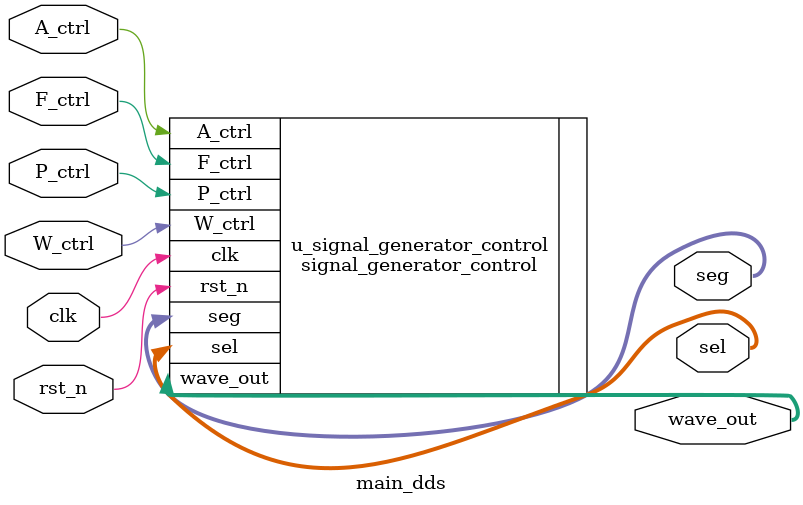
<source format=v>
module main_dds (
    input 					clk,		// clock, default is 50MHz
    input 					rst_n,		// reset signal

    input 					W_ctrl,		// Wave control
	input 					A_ctrl,		// Amplitude control
	input 					P_ctrl,		// Phase control
	input 					F_ctrl,		// Frequency controls
 
	output wire 	[11:0] 	wave_out,	// waveform serial data output

	// // static seg pin
	// output wire [7:0] A_seg0,
	// output wire [7:0] A_seg1,

	// output wire [7:0] F_seg0,
	// output wire [7:0] F_seg1,

	// output wire [7:0] W_seg0,
	// output wire [7:0] W_seg1

	// dynamic seg pin {Wave, Amplitude, Frequency, Phase}
	output wire 	[5:0] 	sel,		// bit select signal
    output wire 	[7:0] 	seg			// segment select signal

);

	// // static display
	// signal_generator_control u_signal_generator_control(
	// 	.clk      ( clk      ),
	// 	.rst_n    ( rst_n    ),
	// 	.W_ctrl   ( !W_ctrl   ),
	// 	.A_ctrl   ( !A_ctrl   ),
	// 	.P_ctrl   ( !P_ctrl   ),
	// 	.F_ctrl   ( !F_ctrl   ),
	// 	.wave_out ( wave_out ),
	// 	.W_seg0   ( W_seg0   ),
	// 	.W_seg1   ( W_seg1   ),
	// 	.A_seg0   ( A_seg0   ),
	// 	.A_seg1   ( A_seg1   ),
	// 	.F_seg0   ( F_seg0   ),
	// 	.F_seg1   ( F_seg1   )
	// );

	// dynamic display
	signal_generator_control u_signal_generator_control(
		.clk      ( clk      ),
		.rst_n    ( rst_n    ),

		.W_ctrl   ( W_ctrl   ),
		.A_ctrl   ( A_ctrl   ),
		.P_ctrl   ( P_ctrl   ),
		.F_ctrl   ( F_ctrl   ),
		
		.wave_out ( wave_out ),
		
		.sel      ( sel      ),
		.seg      ( seg      )
	);

endmodule
</source>
